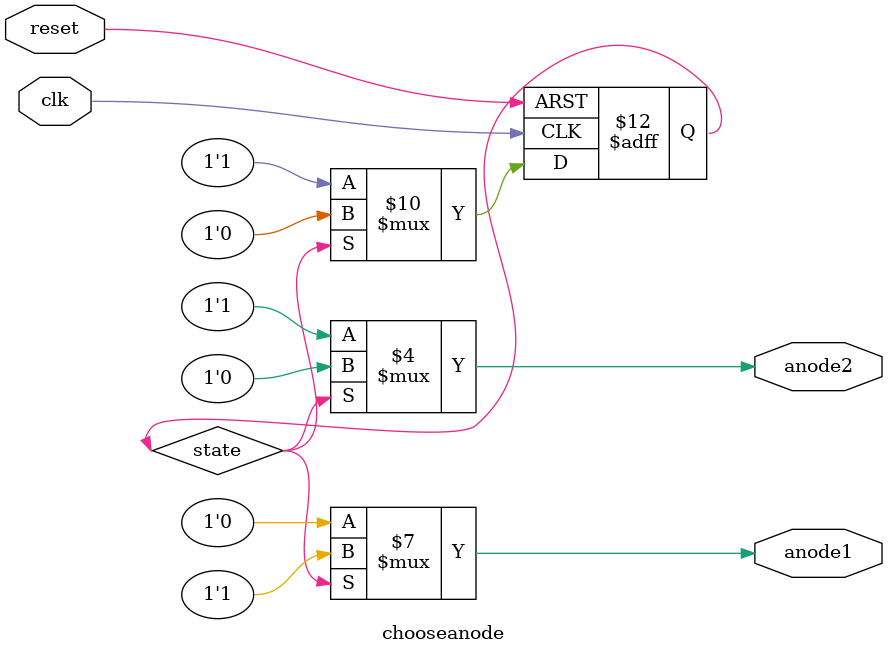
<source format=sv>
module top(
	input logic	mcu_blink_in,
    input logic [3:0] s1,
    input logic [3:0] s2,
	output logic mcu_echo_led,
    output logic [6:0] seg,
    output logic anode1,
    output logic anode2,
    output logic [4:0] led
);
    logic state;
	logic int_osc;
	logic pulse;
	logic led_state = 0;
	logic [10:0] counter = 0; /* changed from 24 to 10, should change freq from 1 to 2.4 Hz*/
	
	// Internal high-speed oscillator
	HSOSC hf_osc (.CLKHFPU(1'b1), .CLKHFEN(1'b1), .CLKHF(int_osc));
	
	// Simple clock divider
	always_ff @(posedge int_osc)
		begin
			counter <= counter + 1;
		end
		

/*  switch inputs in binary to corresponding led outputs*/
    segmentlogic1 segmentlogic(s1[3:0], seg[6:0]);
    segmentlogic2 segmentlogic(s2[3:0], seg[6:0]);
    leds leds(s1[3:0], s2[3:0], led[4:0]);
    anode chooseanode(clk, reset, anode1, anode2);

//  assign led[2] = counter[10]; /* changed from 24 to 10*/
// 	assign mcu_echo_led = mcu_blink_in;

endmodule

module segmentlogic(
    input logic [3:0] s,
    output logic [6:0] seg
);
    // combinational logic for 7-segment display
    always_comb begin
        case(s)
            4'b0000: seg=7'b0000001;
            4'b0001: seg=7'b1001111;
            4'b0010: seg=7'b0010010;
            4'b0011: seg=7'b0000110;
            4'b0100: seg=7'b1001100;
            4'b0101: seg=7'b0100100;
            4'b0110: seg=7'b0100000;
            4'b0111: seg=7'b0001111;
            4'b1000: seg=7'b0000000;
            4'b1001: seg=7'b0001100;
            4'b1010: seg=7'b0001000;
            4'b1011: seg=7'b1100000;
            4'b1100: seg=7'b0110001;
            4'b1101: seg=7'b1000010;
            4'b1110: seg=7'b0110000;
            4'b1111: seg=7'b0111000;
            default: seg=7'b1111111;
        endcase
    end
endmodule

module leds(
    input logic [3:0] s1,
    input logic [3:0] s2,
    output logic [4:0] led
);
    logic c;
    // 4-bit adder combinational logic for leds
    always_comb begin
        // sum first bits
        led[0] = s1[0]^s2[0];
        c = s1[0]&s2[0];
        // sum second bits and carry
        led[1] = s1[1]^s2[1]^c;
        c = (s1[1]&s2[1])|(s1[1]&c)|(s2[1]&c);
        // sum third bits and carry
        led[2] = s1[2]^s2[2]^c;
        c = (s1[2]&s2[2])|(s1[2]&c)|(s2[2]&c);
        // sum fourth bits and carry
        led[3] = s1[3]^s2[3]^c;
        c = (s1[3]&s2[3])|(s1[3]&c)|(s2[3]&c);
        // carry is largest bit in led
        led[4] = c;
    end
endmodule

module chooseanode(
    input logic clk, reset,
    output logic anode1,
    output logic anode2,
);
    // synchronous logic to alternate state to 0 or 1
    logic state;
    always_ff @(posedge clk, posedge reset)
        if (reset) state = 0;
        else if (state) state = 0;
        else state = 1;

    always_comb
        if (state) begin
            anode1 <= 1;
            anode2 <= 0;
        end
        else begin
            anode1 <= 0;
            anode2 <= 1;
        end
endmodule
</source>
